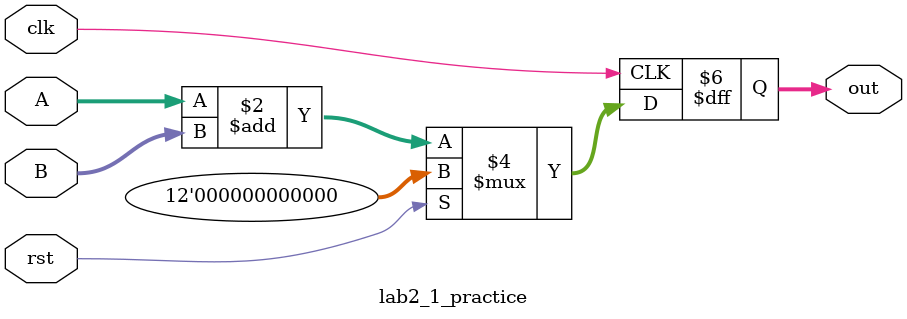
<source format=v>
module lab2_1_practice(
    input clk,
    input rst,
    input signed [7:0] A,
    input signed [7:0] B,
    output reg signed [11:0] out
);

// Write your code here
    always @(posedge clk) begin
        if (rst) begin
            out <= 12'b0;
        end else begin
            out <= A + B; 
        end
    end

endmodule
</source>
